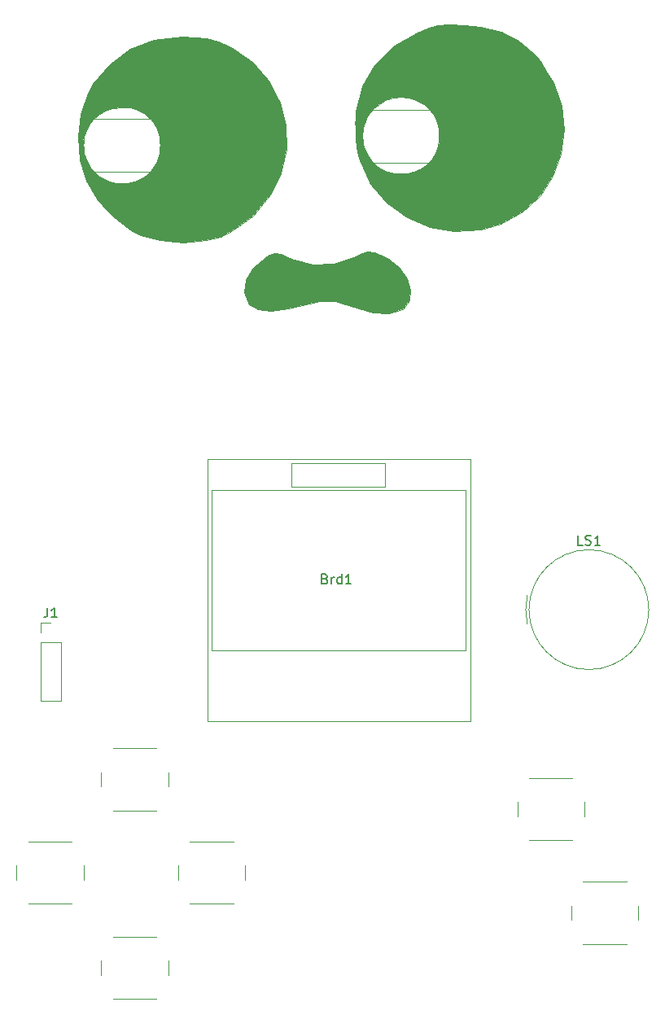
<source format=gbr>
G04 #@! TF.GenerationSoftware,KiCad,Pcbnew,8.0.5-8.0.5-0~ubuntu24.04.1*
G04 #@! TF.CreationDate,2024-10-05T12:13:45+09:00*
G04 #@! TF.ProjectId,gopher_rp2040_sw,676f7068-6572-45f7-9270-323034305f73,rev?*
G04 #@! TF.SameCoordinates,Original*
G04 #@! TF.FileFunction,Legend,Top*
G04 #@! TF.FilePolarity,Positive*
%FSLAX46Y46*%
G04 Gerber Fmt 4.6, Leading zero omitted, Abs format (unit mm)*
G04 Created by KiCad (PCBNEW 8.0.5-8.0.5-0~ubuntu24.04.1) date 2024-10-05 12:13:45*
%MOMM*%
%LPD*%
G01*
G04 APERTURE LIST*
%ADD10C,0.150000*%
%ADD11C,0.100000*%
%ADD12C,0.120000*%
G04 APERTURE END LIST*
D10*
X116753333Y-124985009D02*
X116896190Y-125032628D01*
X116896190Y-125032628D02*
X116943809Y-125080247D01*
X116943809Y-125080247D02*
X116991428Y-125175485D01*
X116991428Y-125175485D02*
X116991428Y-125318342D01*
X116991428Y-125318342D02*
X116943809Y-125413580D01*
X116943809Y-125413580D02*
X116896190Y-125461200D01*
X116896190Y-125461200D02*
X116800952Y-125508819D01*
X116800952Y-125508819D02*
X116420000Y-125508819D01*
X116420000Y-125508819D02*
X116420000Y-124508819D01*
X116420000Y-124508819D02*
X116753333Y-124508819D01*
X116753333Y-124508819D02*
X116848571Y-124556438D01*
X116848571Y-124556438D02*
X116896190Y-124604057D01*
X116896190Y-124604057D02*
X116943809Y-124699295D01*
X116943809Y-124699295D02*
X116943809Y-124794533D01*
X116943809Y-124794533D02*
X116896190Y-124889771D01*
X116896190Y-124889771D02*
X116848571Y-124937390D01*
X116848571Y-124937390D02*
X116753333Y-124985009D01*
X116753333Y-124985009D02*
X116420000Y-124985009D01*
X117420000Y-125508819D02*
X117420000Y-124842152D01*
X117420000Y-125032628D02*
X117467619Y-124937390D01*
X117467619Y-124937390D02*
X117515238Y-124889771D01*
X117515238Y-124889771D02*
X117610476Y-124842152D01*
X117610476Y-124842152D02*
X117705714Y-124842152D01*
X118467619Y-125508819D02*
X118467619Y-124508819D01*
X118467619Y-125461200D02*
X118372381Y-125508819D01*
X118372381Y-125508819D02*
X118181905Y-125508819D01*
X118181905Y-125508819D02*
X118086667Y-125461200D01*
X118086667Y-125461200D02*
X118039048Y-125413580D01*
X118039048Y-125413580D02*
X117991429Y-125318342D01*
X117991429Y-125318342D02*
X117991429Y-125032628D01*
X117991429Y-125032628D02*
X118039048Y-124937390D01*
X118039048Y-124937390D02*
X118086667Y-124889771D01*
X118086667Y-124889771D02*
X118181905Y-124842152D01*
X118181905Y-124842152D02*
X118372381Y-124842152D01*
X118372381Y-124842152D02*
X118467619Y-124889771D01*
X119467619Y-125508819D02*
X118896191Y-125508819D01*
X119181905Y-125508819D02*
X119181905Y-124508819D01*
X119181905Y-124508819D02*
X119086667Y-124651676D01*
X119086667Y-124651676D02*
X118991429Y-124746914D01*
X118991429Y-124746914D02*
X118896191Y-124794533D01*
X87866666Y-127994819D02*
X87866666Y-128709104D01*
X87866666Y-128709104D02*
X87819047Y-128851961D01*
X87819047Y-128851961D02*
X87723809Y-128947200D01*
X87723809Y-128947200D02*
X87580952Y-128994819D01*
X87580952Y-128994819D02*
X87485714Y-128994819D01*
X88866666Y-128994819D02*
X88295238Y-128994819D01*
X88580952Y-128994819D02*
X88580952Y-127994819D01*
X88580952Y-127994819D02*
X88485714Y-128137676D01*
X88485714Y-128137676D02*
X88390476Y-128232914D01*
X88390476Y-128232914D02*
X88295238Y-128280533D01*
X143557142Y-121484819D02*
X143080952Y-121484819D01*
X143080952Y-121484819D02*
X143080952Y-120484819D01*
X143842857Y-121437200D02*
X143985714Y-121484819D01*
X143985714Y-121484819D02*
X144223809Y-121484819D01*
X144223809Y-121484819D02*
X144319047Y-121437200D01*
X144319047Y-121437200D02*
X144366666Y-121389580D01*
X144366666Y-121389580D02*
X144414285Y-121294342D01*
X144414285Y-121294342D02*
X144414285Y-121199104D01*
X144414285Y-121199104D02*
X144366666Y-121103866D01*
X144366666Y-121103866D02*
X144319047Y-121056247D01*
X144319047Y-121056247D02*
X144223809Y-121008628D01*
X144223809Y-121008628D02*
X144033333Y-120961009D01*
X144033333Y-120961009D02*
X143938095Y-120913390D01*
X143938095Y-120913390D02*
X143890476Y-120865771D01*
X143890476Y-120865771D02*
X143842857Y-120770533D01*
X143842857Y-120770533D02*
X143842857Y-120675295D01*
X143842857Y-120675295D02*
X143890476Y-120580057D01*
X143890476Y-120580057D02*
X143938095Y-120532438D01*
X143938095Y-120532438D02*
X144033333Y-120484819D01*
X144033333Y-120484819D02*
X144271428Y-120484819D01*
X144271428Y-120484819D02*
X144414285Y-120532438D01*
X145366666Y-121484819D02*
X144795238Y-121484819D01*
X145080952Y-121484819D02*
X145080952Y-120484819D01*
X145080952Y-120484819D02*
X144985714Y-120627676D01*
X144985714Y-120627676D02*
X144890476Y-120722914D01*
X144890476Y-120722914D02*
X144795238Y-120770533D01*
D11*
X141600000Y-78290000D02*
X141290000Y-80760000D01*
X140460000Y-83080000D01*
X139140000Y-85140000D01*
X137300000Y-86840000D01*
X135040000Y-88090000D01*
X132980000Y-88670000D01*
X130220000Y-88840000D01*
X127650000Y-88400000D01*
X125250000Y-87400000D01*
X123170000Y-85890000D01*
X121490000Y-83900000D01*
X120330000Y-81500000D01*
X120130000Y-80660000D01*
X119970000Y-79270000D01*
X119920000Y-77760000D01*
X120790000Y-77780000D01*
X120630000Y-78480000D01*
X120630000Y-79240000D01*
X120730000Y-79830000D01*
X120920000Y-80450000D01*
X121180000Y-80950000D01*
X121610000Y-81570000D01*
X121970000Y-81940000D01*
X122580000Y-82370000D01*
X123200000Y-82680000D01*
X123930000Y-82870000D01*
X124840000Y-82940000D01*
X125660000Y-82810000D01*
X126350000Y-82580000D01*
X126830000Y-82310000D01*
X127320000Y-81950000D01*
X127940000Y-81270000D01*
X128410000Y-80410000D01*
X128620000Y-79700000D01*
X128690000Y-79170000D01*
X128670000Y-78430000D01*
X128660000Y-78300000D01*
X141350000Y-75780000D01*
X141600000Y-78290000D01*
G36*
X141600000Y-78290000D02*
G01*
X141290000Y-80760000D01*
X140460000Y-83080000D01*
X139140000Y-85140000D01*
X137300000Y-86840000D01*
X135040000Y-88090000D01*
X132980000Y-88670000D01*
X130220000Y-88840000D01*
X127650000Y-88400000D01*
X125250000Y-87400000D01*
X123170000Y-85890000D01*
X121490000Y-83900000D01*
X120330000Y-81500000D01*
X120130000Y-80660000D01*
X119970000Y-79270000D01*
X119920000Y-77760000D01*
X120790000Y-77780000D01*
X120630000Y-78480000D01*
X120630000Y-79240000D01*
X120730000Y-79830000D01*
X120920000Y-80450000D01*
X121180000Y-80950000D01*
X121610000Y-81570000D01*
X121970000Y-81940000D01*
X122580000Y-82370000D01*
X123200000Y-82680000D01*
X123930000Y-82870000D01*
X124840000Y-82940000D01*
X125660000Y-82810000D01*
X126350000Y-82580000D01*
X126830000Y-82310000D01*
X127320000Y-81950000D01*
X127940000Y-81270000D01*
X128410000Y-80410000D01*
X128620000Y-79700000D01*
X128690000Y-79170000D01*
X128670000Y-78430000D01*
X128660000Y-78300000D01*
X141350000Y-75780000D01*
X141600000Y-78290000D01*
G37*
X112780000Y-80280000D02*
X112160000Y-82790000D01*
X111060000Y-85050000D01*
X109260000Y-87190000D01*
X108380000Y-87920000D01*
X107010000Y-88830000D01*
X105860000Y-89400000D01*
X104330000Y-89780000D01*
X102020000Y-89980000D01*
X99630000Y-89790000D01*
X97600000Y-89260000D01*
X96550000Y-88720000D01*
X94710000Y-87330000D01*
X93100000Y-85620000D01*
X91880000Y-83620000D01*
X91220000Y-81440000D01*
X91060000Y-79030000D01*
X91700000Y-79050000D01*
X91610000Y-79590000D01*
X91610000Y-80130000D01*
X91670000Y-80690000D01*
X91910000Y-81410000D01*
X92340000Y-82250000D01*
X93310000Y-83190000D01*
X94320000Y-83700000D01*
X95220000Y-83920000D01*
X96070000Y-83910000D01*
X97010000Y-83700000D01*
X97740000Y-83360000D01*
X98510000Y-82740000D01*
X99240000Y-81690000D01*
X99550000Y-80750000D01*
X99620000Y-80410000D01*
X99650000Y-79670000D01*
X99590000Y-79170000D01*
X99580000Y-79160000D01*
X99490000Y-78700000D01*
X99460000Y-78620000D01*
X112680000Y-77780000D01*
X112780000Y-80280000D01*
G36*
X112780000Y-80280000D02*
G01*
X112160000Y-82790000D01*
X111060000Y-85050000D01*
X109260000Y-87190000D01*
X108380000Y-87920000D01*
X107010000Y-88830000D01*
X105860000Y-89400000D01*
X104330000Y-89780000D01*
X102020000Y-89980000D01*
X99630000Y-89790000D01*
X97600000Y-89260000D01*
X96550000Y-88720000D01*
X94710000Y-87330000D01*
X93100000Y-85620000D01*
X91880000Y-83620000D01*
X91220000Y-81440000D01*
X91060000Y-79030000D01*
X91700000Y-79050000D01*
X91610000Y-79590000D01*
X91610000Y-80130000D01*
X91670000Y-80690000D01*
X91910000Y-81410000D01*
X92340000Y-82250000D01*
X93310000Y-83190000D01*
X94320000Y-83700000D01*
X95220000Y-83920000D01*
X96070000Y-83910000D01*
X97010000Y-83700000D01*
X97740000Y-83360000D01*
X98510000Y-82740000D01*
X99240000Y-81690000D01*
X99550000Y-80750000D01*
X99620000Y-80410000D01*
X99650000Y-79670000D01*
X99590000Y-79170000D01*
X99580000Y-79160000D01*
X99490000Y-78700000D01*
X99460000Y-78620000D01*
X112680000Y-77780000D01*
X112780000Y-80280000D01*
G37*
X131280000Y-67380000D02*
X132870000Y-67540000D01*
X135060000Y-68090000D01*
X136860000Y-69030000D01*
X138560000Y-70490000D01*
X139140000Y-71150000D01*
X139880000Y-72330000D01*
X140540000Y-73370000D01*
X141350000Y-75780000D01*
X128670000Y-78430000D01*
X128430000Y-77430000D01*
X128080000Y-76760000D01*
X127590000Y-76130000D01*
X127030000Y-75640000D01*
X126380000Y-75270000D01*
X125510000Y-74970000D01*
X124730000Y-74880000D01*
X123820000Y-74970000D01*
X123020000Y-75230000D01*
X122370000Y-75590000D01*
X121810000Y-76070000D01*
X121380000Y-76550000D01*
X121080000Y-77050000D01*
X120920000Y-77410000D01*
X120790000Y-77780000D01*
X119890000Y-77740000D01*
X119920000Y-77190000D01*
X119970000Y-76380000D01*
X120630000Y-73790000D01*
X121910000Y-71550000D01*
X123820000Y-69650000D01*
X126360000Y-68140000D01*
X127530000Y-67640000D01*
X128470000Y-67400000D01*
X129660000Y-67320000D01*
X131280000Y-67380000D01*
G36*
X131280000Y-67380000D02*
G01*
X132870000Y-67540000D01*
X135060000Y-68090000D01*
X136860000Y-69030000D01*
X138560000Y-70490000D01*
X139140000Y-71150000D01*
X139880000Y-72330000D01*
X140540000Y-73370000D01*
X141350000Y-75780000D01*
X128670000Y-78430000D01*
X128430000Y-77430000D01*
X128080000Y-76760000D01*
X127590000Y-76130000D01*
X127030000Y-75640000D01*
X126380000Y-75270000D01*
X125510000Y-74970000D01*
X124730000Y-74880000D01*
X123820000Y-74970000D01*
X123020000Y-75230000D01*
X122370000Y-75590000D01*
X121810000Y-76070000D01*
X121380000Y-76550000D01*
X121080000Y-77050000D01*
X120920000Y-77410000D01*
X120790000Y-77780000D01*
X119890000Y-77740000D01*
X119920000Y-77190000D01*
X119970000Y-76380000D01*
X120630000Y-73790000D01*
X121910000Y-71550000D01*
X123820000Y-69650000D01*
X126360000Y-68140000D01*
X127530000Y-67640000D01*
X128470000Y-67400000D01*
X129660000Y-67320000D01*
X131280000Y-67380000D01*
G37*
X121930000Y-91040000D02*
X123230000Y-91640000D01*
X124430000Y-92600000D01*
X125260000Y-93780000D01*
X125610000Y-94970000D01*
X125490000Y-96070000D01*
X124860000Y-96920000D01*
X124740000Y-97000000D01*
X123430000Y-97420000D01*
X121760000Y-97330000D01*
X120020000Y-96790000D01*
X119460000Y-96580000D01*
X117790000Y-96110000D01*
X116180000Y-96120000D01*
X112940000Y-96900000D01*
X111150000Y-97110000D01*
X109760000Y-96940000D01*
X108880000Y-96430000D01*
X108750000Y-96280000D01*
X108310000Y-95150000D01*
X108500000Y-93880000D01*
X109260000Y-92650000D01*
X110180000Y-91870000D01*
X110540000Y-91560000D01*
X110960000Y-91310000D01*
X111520000Y-91110000D01*
X112180000Y-91190000D01*
X113260000Y-91710000D01*
X115460000Y-92280000D01*
X117680000Y-92190000D01*
X119810000Y-91540000D01*
X120590000Y-91160000D01*
X121250000Y-90970000D01*
X121930000Y-91040000D01*
G36*
X121930000Y-91040000D02*
G01*
X123230000Y-91640000D01*
X124430000Y-92600000D01*
X125260000Y-93780000D01*
X125610000Y-94970000D01*
X125490000Y-96070000D01*
X124860000Y-96920000D01*
X124740000Y-97000000D01*
X123430000Y-97420000D01*
X121760000Y-97330000D01*
X120020000Y-96790000D01*
X119460000Y-96580000D01*
X117790000Y-96110000D01*
X116180000Y-96120000D01*
X112940000Y-96900000D01*
X111150000Y-97110000D01*
X109760000Y-96940000D01*
X108880000Y-96430000D01*
X108750000Y-96280000D01*
X108310000Y-95150000D01*
X108500000Y-93880000D01*
X109260000Y-92650000D01*
X110180000Y-91870000D01*
X110540000Y-91560000D01*
X110960000Y-91310000D01*
X111520000Y-91110000D01*
X112180000Y-91190000D01*
X113260000Y-91710000D01*
X115460000Y-92280000D01*
X117680000Y-92190000D01*
X119810000Y-91540000D01*
X120590000Y-91160000D01*
X121250000Y-90970000D01*
X121930000Y-91040000D01*
G37*
X103150000Y-68670000D02*
X104470000Y-68790000D01*
X105600000Y-69110000D01*
X106960000Y-69710000D01*
X109160000Y-71220000D01*
X110890000Y-73160000D01*
X112060000Y-75420000D01*
X112680000Y-77780000D01*
X99460000Y-78620000D01*
X99160000Y-77970000D01*
X98670000Y-77270000D01*
X97900000Y-76560000D01*
X97240000Y-76210000D01*
X96600000Y-75990000D01*
X95642391Y-75923444D01*
X94660000Y-76010000D01*
X93900000Y-76290000D01*
X93170000Y-76730000D01*
X92670000Y-77190000D01*
X92280000Y-77690000D01*
X91930000Y-78360000D01*
X91700000Y-79050000D01*
X91060000Y-79030000D01*
X91340000Y-76630000D01*
X92070000Y-74540000D01*
X92600000Y-73550000D01*
X94340000Y-71440000D01*
X96490000Y-69870000D01*
X98980000Y-68950000D01*
X101940000Y-68610000D01*
X103150000Y-68670000D01*
G36*
X103150000Y-68670000D02*
G01*
X104470000Y-68790000D01*
X105600000Y-69110000D01*
X106960000Y-69710000D01*
X109160000Y-71220000D01*
X110890000Y-73160000D01*
X112060000Y-75420000D01*
X112680000Y-77780000D01*
X99460000Y-78620000D01*
X99160000Y-77970000D01*
X98670000Y-77270000D01*
X97900000Y-76560000D01*
X97240000Y-76210000D01*
X96600000Y-75990000D01*
X95642391Y-75923444D01*
X94660000Y-76010000D01*
X93900000Y-76290000D01*
X93170000Y-76730000D01*
X92670000Y-77190000D01*
X92280000Y-77690000D01*
X91930000Y-78360000D01*
X91700000Y-79050000D01*
X91060000Y-79030000D01*
X91340000Y-76630000D01*
X92070000Y-74540000D01*
X92600000Y-73550000D01*
X94340000Y-71440000D01*
X96490000Y-69870000D01*
X98980000Y-68950000D01*
X101940000Y-68610000D01*
X103150000Y-68670000D01*
G37*
D12*
X128655247Y-78913500D02*
G75*
G02*
X120668535Y-78913500I-3993356J0D01*
G01*
X120668535Y-78913500D02*
G75*
G02*
X128655247Y-78913500I3993356J0D01*
G01*
X99635747Y-79916800D02*
G75*
G02*
X91649035Y-79916800I-3993356J0D01*
G01*
X91649035Y-79916800D02*
G75*
G02*
X99635747Y-79916800I3993356J0D01*
G01*
X92000000Y-77150000D02*
X99300000Y-77150000D01*
X92000000Y-82650000D02*
X99300000Y-82650000D01*
X99300000Y-82650000D02*
X99300000Y-81500000D01*
X121000000Y-76250000D02*
X128300000Y-76250000D01*
X121000000Y-81750000D02*
X128300000Y-81750000D01*
X128300000Y-81750000D02*
X128300000Y-80600000D01*
X104520000Y-112500000D02*
X131920000Y-112500000D01*
X104520000Y-139800000D02*
X104520000Y-112500000D01*
X104942000Y-115795000D02*
X128042000Y-115795000D01*
X104942000Y-132395000D02*
X104942000Y-115795000D01*
X113221000Y-112989000D02*
X113221000Y-115402000D01*
X113221000Y-112989000D02*
X123000000Y-112989000D01*
X123000000Y-112989000D02*
X123000000Y-115402000D01*
X123000000Y-115402000D02*
X113221000Y-115402000D01*
X128042000Y-115795000D02*
X131128000Y-115795000D01*
X128042000Y-132395000D02*
X104942000Y-132395000D01*
X128042000Y-132395000D02*
X131382000Y-132420000D01*
X131382000Y-115783000D02*
X131128000Y-115795000D01*
X131382000Y-132420000D02*
X131382000Y-115783000D01*
X131920000Y-112500000D02*
X131920000Y-139800000D01*
X131920000Y-139800000D02*
X104520000Y-139800000D01*
X136750000Y-148200000D02*
X136750000Y-149700000D01*
X138000000Y-152200000D02*
X142500000Y-152200000D01*
X142500000Y-145700000D02*
X138000000Y-145700000D01*
X143750000Y-149700000D02*
X143750000Y-148200000D01*
X84650000Y-154800000D02*
X84650000Y-156300000D01*
X85900000Y-158800000D02*
X90400000Y-158800000D01*
X90400000Y-152300000D02*
X85900000Y-152300000D01*
X91650000Y-156300000D02*
X91650000Y-154800000D01*
X93450000Y-164700000D02*
X93450000Y-166200000D01*
X94700000Y-168700000D02*
X99200000Y-168700000D01*
X99200000Y-162200000D02*
X94700000Y-162200000D01*
X100450000Y-166200000D02*
X100450000Y-164700000D01*
X87140000Y-129540000D02*
X88200000Y-129540000D01*
X87140000Y-130600000D02*
X87140000Y-129540000D01*
X87140000Y-131600000D02*
X87140000Y-137660000D01*
X87140000Y-131600000D02*
X89260000Y-131600000D01*
X87140000Y-137660000D02*
X89260000Y-137660000D01*
X89260000Y-131600000D02*
X89260000Y-137660000D01*
X93450000Y-145100000D02*
X93450000Y-146600000D01*
X94700000Y-149100000D02*
X99200000Y-149100000D01*
X99200000Y-142600000D02*
X94700000Y-142600000D01*
X100450000Y-146600000D02*
X100450000Y-145100000D01*
X101450000Y-154800000D02*
X101450000Y-156300000D01*
X102700000Y-158800000D02*
X107200000Y-158800000D01*
X107200000Y-152300000D02*
X102700000Y-152300000D01*
X108450000Y-156300000D02*
X108450000Y-154800000D01*
X142350000Y-159000000D02*
X142350000Y-160500000D01*
X143600000Y-163000000D02*
X148100000Y-163000000D01*
X148100000Y-156500000D02*
X143600000Y-156500000D01*
X149350000Y-160500000D02*
X149350000Y-159000000D01*
X137800000Y-129699999D02*
G75*
G02*
X137800000Y-126700000I6400000J1499999D01*
G01*
X150430000Y-128200000D02*
G75*
G02*
X137970000Y-128200000I-6230000J0D01*
G01*
X137970000Y-128200000D02*
G75*
G02*
X150430000Y-128200000I6230000J0D01*
G01*
M02*

</source>
